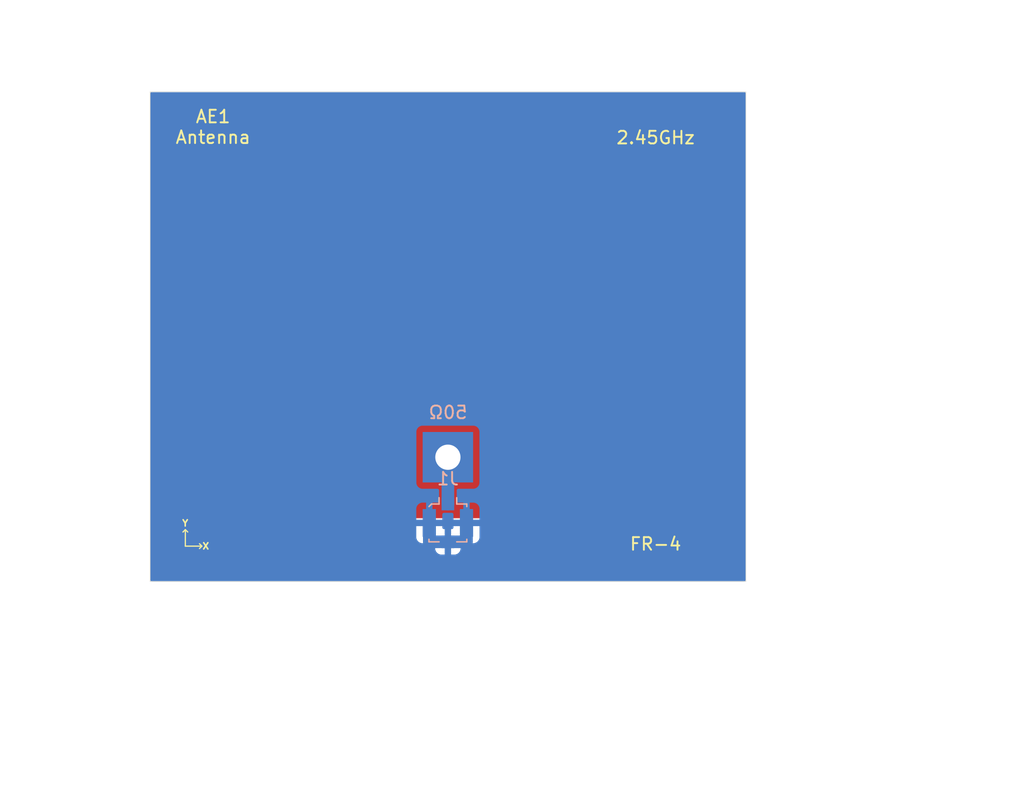
<source format=kicad_pcb>
(kicad_pcb (version 20211014) (generator pcbnew)
  (title_block (title "2.45GHz Coaxial Fed Patch Antenna") (date "2022-08-13") (rev "1"))
  (layers (0 "F.Cu" signal) (31 "B.Cu" signal) (34 "B.Paste" user) (35 "F.Paste" user) (36 "B.SilkS" user "B.Silkscreen") (37 "F.SilkS" user "F.Silkscreen") (38 "B.Mask" user) (39 "F.Mask" user) (44 "Edge.Cuts" user))
  (net 0 "")
  (net 1 "Net-(AE1-Pad1)")
  (net 2 "GND")
  (footprint "patch-antenna:2.45GHz_Probe_Fed" (layer "F.Cu") (at 110.895 78.62)
    (fp_text reference "AE1" (at -0.005 -3.04 unlocked) (layer "F.SilkS"))
    (fp_text value "Antenna" (at -0.005 -1.4 unlocked) (layer "F.SilkS"))
    (fp_rect (start 37.23 28.81) (end 0 0) (layer "F.Cu") (width 0) (fill solid))
    (pad "1" thru_hole rect (at 18.615 23.97 180) (size 4 4) (drill 2) (layers *.Cu *.Mask) (net 1 "Net-(AE1-Pad1)") (clearance 0.5))
  )
  (footprint "Connector_Coaxial:U.FL_Molex_MCRF_73412-0110_Vertical" (layer "B.Cu") (at 129.51 107.8)
    (fp_text reference "J1" (at 0 -3.5) (layer "B.SilkS") (effects (justify mirror)))
    (fp_text value "Conn_Coaxial_Power")
    (fp_line (start -1.5 1.3) (end -1.5 1.5) (layer "B.SilkS") (width 0.12))
    (fp_line (start -1.5 1.5) (end -0.7 1.5) (layer "B.SilkS") (width 0.12))
    (fp_line (start 1.5 -1.5) (end 0.7 -1.5) (layer "B.SilkS") (width 0.12))
    (fp_line (start -0.7 -1.5) (end -1.3 -1.5) (layer "B.SilkS") (width 0.12))
    (fp_line (start 0.7 1.5) (end 1.5 1.5) (layer "B.SilkS") (width 0.12))
    (fp_line (start -0.7 -1.5) (end -0.7 -2) (layer "B.SilkS") (width 0.12))
    (fp_line (start 1.5 -1.3) (end 1.5 -1.5) (layer "B.SilkS") (width 0.12))
    (fp_line (start 1.5 1.5) (end 1.5 1.3) (layer "B.SilkS") (width 0.12))
    (fp_line (start 0.7 -1.5) (end 0.7 -2) (layer "B.SilkS") (width 0.12))
    (fp_line (start -1.3 -1.5) (end -1.5 -1.3) (layer "B.SilkS") (width 0.12))
    (pad "1" smd rect (at 0 -1.5) (size 1 1) (layers "B.Cu" "B.Paste" "B.Mask") (net 1 "Net-(AE1-Pad1)"))
    (pad "2" smd rect (at -1.475 0) (size 1.05 2.2) (layers "B.Cu" "B.Paste" "B.Mask") (net 2 "GND"))
    (pad "2" smd rect (at 1.475 0) (size 1.05 2.2) (layers "B.Cu" "B.Paste" "B.Mask") (net 2 "GND"))
    (pad "2" smd rect (at 0 1.5) (size 1 1) (layers "B.Cu" "B.Paste" "B.Mask") (net 2 "GND"))
  )
  (gr_line (start 110 109.64125) (end 109.81 109.83125) (layer "F.SilkS") (width 0.1))
  (gr_line (start 108.69 109.64125) (end 108.69 108.33125) (layer "F.SilkS") (width 0.1))
  (gr_line (start 108.69 108.33125) (end 108.5 108.52125) (layer "F.SilkS") (width 0.1))
  (gr_line (start 108.69 108.33125) (end 108.88 108.52125) (layer "F.SilkS") (width 0.1))
  (gr_line (start 108.69 109.64125) (end 110 109.64125) (layer "F.SilkS") (width 0.1))
  (gr_line (start 110 109.64125) (end 109.81 109.45125) (layer "F.SilkS") (width 0.1))
  (gr_rect (start 105.9 73.62) (end 153.14 112.44) (layer "Edge.Cuts") (width 0.05) (fill none))
  (gr_text "50Ω" (at 129.52 99.04) (layer "B.SilkS") (effects (font (size 1 1)) (justify mirror)))
  (gr_text "X" (at 110.31 109.64125) (layer "F.SilkS") (effects (font (size 0.5 0.5) (thickness 0.125))))
  (gr_text "2.45GHz" (at 145.98 77.25) (layer "F.SilkS") (effects (font (size 1 1))))
  (gr_text "FR-4" (at 145.98 109.47) (layer "F.SilkS") (effects (font (size 1 1))))
  (gr_text "Y" (at 108.68 107.82125) (layer "F.SilkS") (effects (font (size 0.5 0.5) (thickness 0.125))))
  (segment (start 129.51 106.3) (end 129.51 102.59) (width 1) (layer "B.Cu") (net 1))
  (segment (start 128.035 109.295) (end 128.04 109.3) (width 0.25) (layer "B.Cu") (net 2))
  (segment (start 130.97 109.3) (end 130.985 109.285) (width 0.25) (layer "B.Cu") (net 2))
  (segment (start 129.51 109.3) (end 130.97 109.3) (width 1) (layer "B.Cu") (net 2))
  (segment (start 128.04 109.3) (end 129.51 109.3) (width 1) (layer "B.Cu") (net 2))
  (segment (start 128.035 107.8) (end 128.035 109.295) (width 1) (layer "B.Cu") (net 2))
  (segment (start 130.985 109.285) (end 130.985 107.8) (width 1) (layer "B.Cu") (net 2))
  (zone (net 2) (net_name "GND") (layer "B.Cu") (connect_pads (clearance 0)) (min_thickness 0.254) (fill yes (thermal_gap 0.508) (thermal_bridge_width 0.508))
    (polygon (pts (xy 153.17 112.47) (xy 105.87 112.47) (xy 105.87 73.59) (xy 153.17 73.59)))
  )
)
</source>
